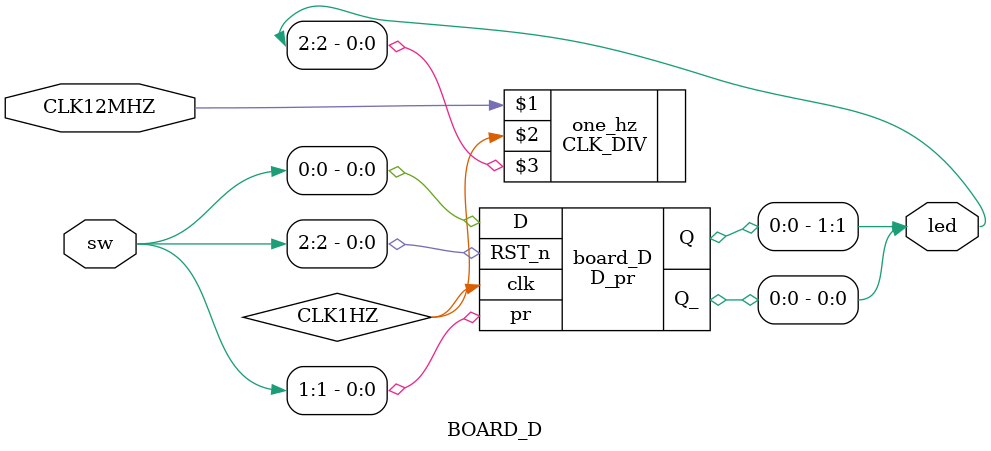
<source format=v>
`timescale 1ns / 1ps


module D(
    output Q, Q_,
    input clk, RST_n, D
    );
    
    reg Q;
    assign Q_ = ~Q;
    
    always@(posedge clk, negedge RST_n) begin
        if(!RST_n) begin
            Q <= 1'b0;
        end
        else begin
            Q <= D;
        end
    end
endmodule


//////////////////////////////////////////////////////////////////////////////////


module DFF(
    input clk, clr, D,
    output Q, Q_
    );
    
    reg Q;
    
    assign Q_ = ~Q;
    always@(negedge clk, posedge clr)
    begin
        if(clr)
            Q<=1'b0;
            
        else
            Q<=D;
    end
endmodule


//////////////////////////////////////////////////////////////////////////////////


/* Synchronous preset, reset */
module D_pr(
    output reg Q,
    output Q_,
    input clk, pr, RST_n, D
    );
    
//    reg Q;
    assign Q_ = ~Q;
    
    always@(posedge clk or negedge RST_n or negedge pr) begin
//        if(!RST_n & !pr) 
//            Q <= 1'bx;
//        else if(!RST_n & pr) 
//            Q <= 1'b0;
//        else if(RST_n & !pr) 
//            Q <= 1'b1;
//        else begin
//            Q <= D;
//        end

//        if(RST_n == 1'b0 && pr == 1'b0) 
//            Q <= 1'bx;
//        else if(RST_n == 1'b0 && pr == 1'b1) 
//            Q <= 1'b0;
//        else if(RST_n == 1'b1 && pr == 1'b0) 
//            Q <= 1'b1;
//        else begin
//            Q <= D;
//        end
        
//        if(!RST_n) 
//            Q <= 1'b0;
//        else if(!pr) 
//            Q <= 1'b1;
//        else 
//            Q <= D;
            
        if(!RST_n) 
            Q <= 1'b0;
        else if(!pr) 
            Q <= 1'b1;
        else 
            Q <= D;
    end
endmodule

/** 
    Asynchronous preset, reset 
    https://cseweb.ucsd.edu/classes/sp10/cse140L/lectures/lab_wk4.pdf (slide 15)
    ½ÇÁ¦·Î´Â ÀÛµ¿ ¾ÈÇÔ. always3°³°¡ °¢°¢ Q°ªÀ» ¹Ù²Ù¹Ç·Î ´©±¼ ¿ì¼±ÇØ¾ßÇÒÁö ¸ð¸¥´Ù.
**/
//module D_pr(
//    output reg Q,
//    output Q_,
//    input clk, pr, RST_n, D
//    );
    
////    reg Q;
//    assign Q_ = ~Q;
    
//    always@(posedge RST_n) Q = 1'b0;
//    always@(posedge pr) Q = 1'b1;
//    always@(posedge clk) Q = D;
//endmodule


//////////////////////////////////////////////////////////////////////////////////


//module BOARD_D(
//    output reg [2:0]led,    // clk: led[2], Q: led[1], Q_: led[0]
//    input [2:0]sw,          // RST: sw[2], PR: sw[1], D: sw[0]
//    input CLK12MHZ
//    );
    
////    reg [2:2]led;
//    reg [23:0]counter;
//    reg CLK1HZ = 1'b0;
//    wire [1:0]Q_led;
//    D_pr board_D(.Q(Q_led[1]), .Q_(Q_led[0]), .clk(CLK1HZ), .RST_n(sw[2]), .pr(sw[1]), .D(sw[0]));
    
////    assign led[1] = Q_led[1];
////    assign led[0] = Q_led[0];
    
//    always@(posedge CLK12MHZ) begin
//        counter <= counter + 1;
//        if(counter == 6000000-1) begin
//            CLK1HZ <= ~CLK1HZ;
//            led[2] <= CLK1HZ;
//            led[1] <= Q_led[1];
//            led[0] <= Q_led[0];
//            counter <= 0;
//        end
//    end
//endmodule


//////////////////////////////////////////////////////////////////////////////////


module BOARD_D(
    output [2:0]led,    // clk: led[2], Q: led[1], Q_: led[0]
    input [2:0]sw,          // RST: sw[2], PR: sw[1], D: sw[0]
    input CLK12MHZ
    );
//    reg [2:2]led;
    
    CLK_DIV one_hz(CLK12MHZ, CLK1HZ, led[2]);
    D_pr board_D(.Q(led[1]), .Q_(led[0]), .clk(CLK1HZ), .RST_n(sw[2]), .pr(sw[1]), .D(sw[0]));
endmodule

</source>
